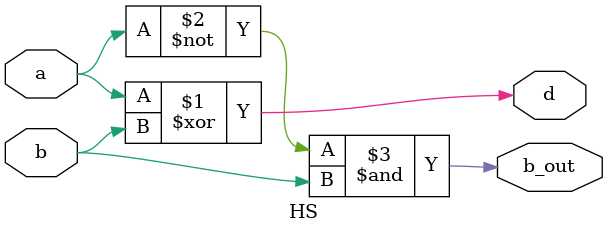
<source format=v>
`timescale 1ns / 1ps


module HS(a, b, d, b_out);
  input a, b;
  output d, b_out;

  assign d = a ^ b;   
  assign b_out = ~a & b;   
endmodule

</source>
